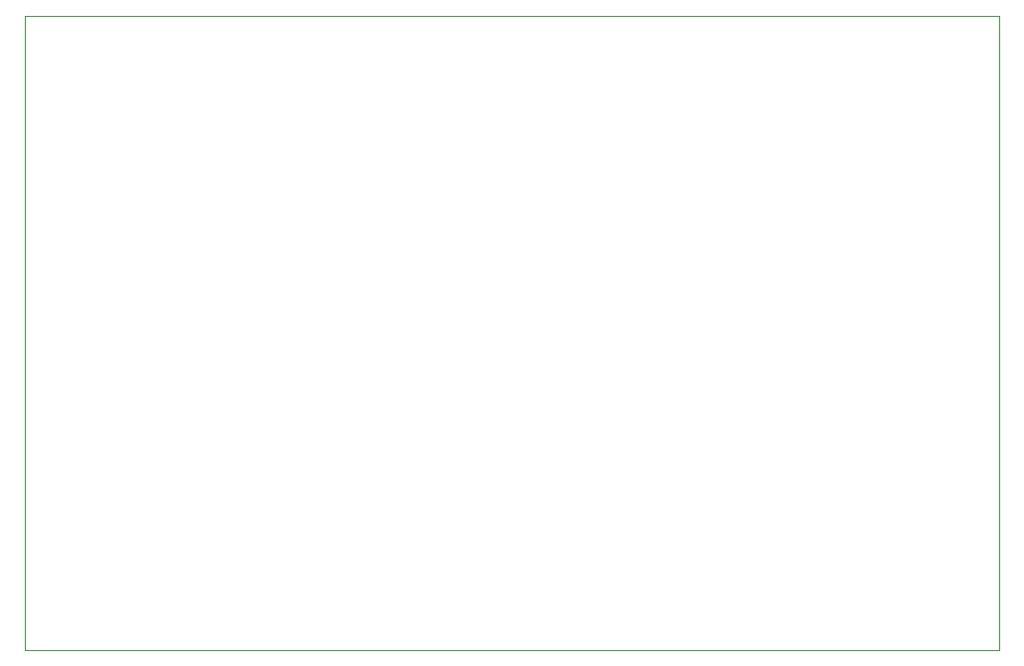
<source format=gbr>
%TF.GenerationSoftware,KiCad,Pcbnew,8.99.0-2767-g6be6680d8c*%
%TF.CreationDate,2024-10-27T19:28:18+01:00*%
%TF.ProjectId,SBC,5342432e-6b69-4636-9164-5f7063625858,rev?*%
%TF.SameCoordinates,Original*%
%TF.FileFunction,Other,User*%
%FSLAX46Y46*%
G04 Gerber Fmt 4.6, Leading zero omitted, Abs format (unit mm)*
G04 Created by KiCad (PCBNEW 8.99.0-2767-g6be6680d8c) date 2024-10-27 19:28:18*
%MOMM*%
%LPD*%
G01*
G04 APERTURE LIST*
%ADD10C,0.050000*%
G04 APERTURE END LIST*
D10*
X58065481Y-78045014D02*
X141065481Y-78045014D01*
X141065481Y-132045014D01*
X58065481Y-132045014D01*
X58065481Y-78045014D01*
M02*

</source>
